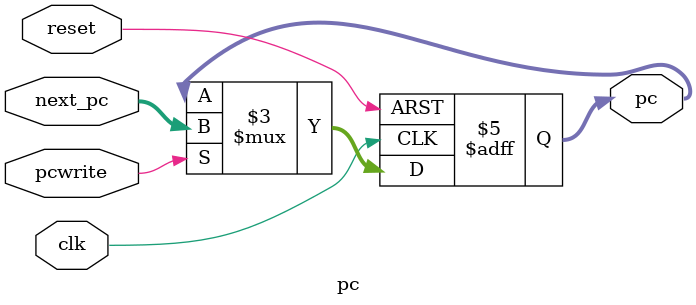
<source format=v>
module pc(
    input clk,
	input reset,
	input pcwrite,
	input [18:0] next_pc,
	output reg [18:0] pc
);  
    always @ (posedge clk or posedge reset) begin
	    if (reset) begin
		    pc = 19'b0;
		end
		else if (pcwrite) begin
		    pc = next_pc;
		end
	end 
	
	
endmodule
</source>
